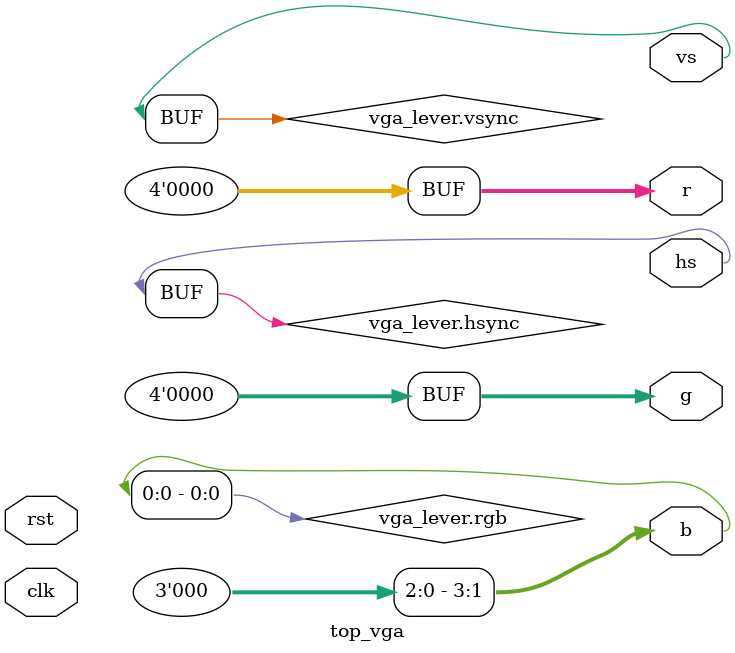
<source format=sv>
/**
 * San Jose State University
 * EE178 Lab #4
 * Author: prof. Eric Crabilla
 *
 * Modified by:
 * 2023  AGH University of Science and Technology
 * MTM UEC2
 * Piotr Kaczmarczyk
 *
 * Description:
 * The project top module.
 */

`timescale 1 ns / 1 ps

module top_vga (
    input  logic clk,
    input  logic rst,
    output logic vs,
    output logic hs,
    output logic [3:0] r,
    output logic [3:0] g,
    output logic [3:0] b
);


/**
 * Local variables and signals
 */

// VGA signals from timing
vga_if vga_tim();
vga_if vga_bg();
vga_if vga_lever();

/**
 * Signals assignments
 */

assign vs = vga_lever.vsync;
assign hs = vga_lever.hsync;
assign {r,g,b} = vga_lever.rgb;


/**
 * Submodules instances
 */

vga_timing u_vga_timing (
    .clk,
    .rst,

    .vga_tim(vga_tim)
);

draw_bg u_draw_bg (
    .clk,
    .rst,

    .vga_bg_in(vga_tim),
    .vga_bg_out(vga_bg)
);

draw_lever u_draw_lever (
    .clk,
    .rst,

    .vga_lever_in(vga_bg),
    .vga_lever_out(vga_lever)

);

endmodule

</source>
